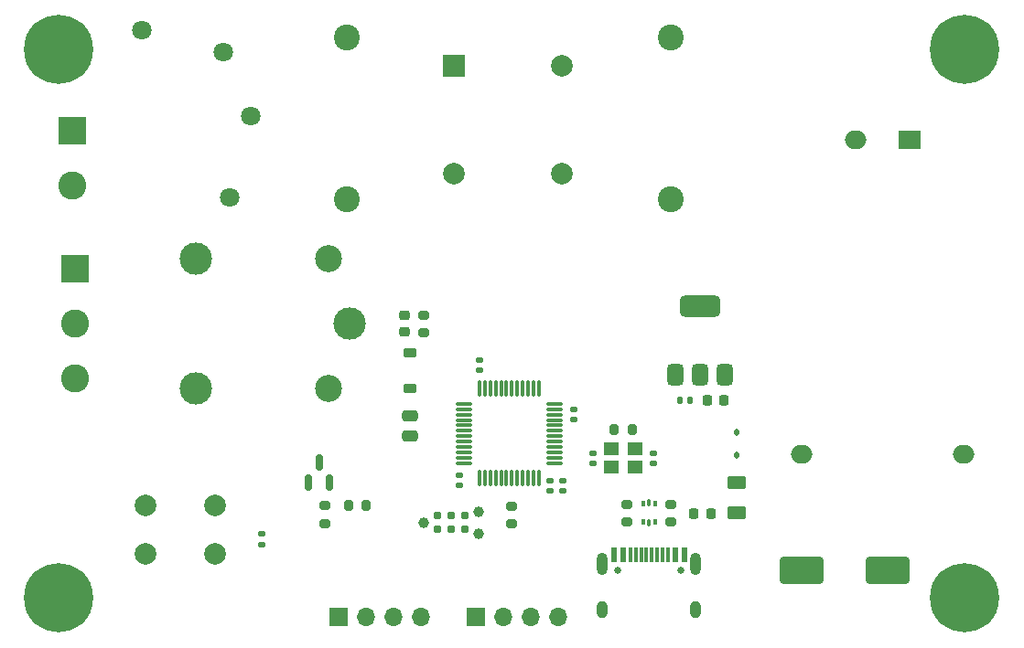
<source format=gbr>
%TF.GenerationSoftware,KiCad,Pcbnew,8.0.1*%
%TF.CreationDate,2024-04-05T21:06:31+06:30*%
%TF.ProjectId,STM32_base,53544d33-325f-4626-9173-652e6b696361,rev?*%
%TF.SameCoordinates,PX48ab840PY853a720*%
%TF.FileFunction,Soldermask,Top*%
%TF.FilePolarity,Negative*%
%FSLAX46Y46*%
G04 Gerber Fmt 4.6, Leading zero omitted, Abs format (unit mm)*
G04 Created by KiCad (PCBNEW 8.0.1) date 2024-04-05 21:06:31*
%MOMM*%
%LPD*%
G01*
G04 APERTURE LIST*
G04 Aperture macros list*
%AMRoundRect*
0 Rectangle with rounded corners*
0 $1 Rounding radius*
0 $2 $3 $4 $5 $6 $7 $8 $9 X,Y pos of 4 corners*
0 Add a 4 corners polygon primitive as box body*
4,1,4,$2,$3,$4,$5,$6,$7,$8,$9,$2,$3,0*
0 Add four circle primitives for the rounded corners*
1,1,$1+$1,$2,$3*
1,1,$1+$1,$4,$5*
1,1,$1+$1,$6,$7*
1,1,$1+$1,$8,$9*
0 Add four rect primitives between the rounded corners*
20,1,$1+$1,$2,$3,$4,$5,0*
20,1,$1+$1,$4,$5,$6,$7,0*
20,1,$1+$1,$6,$7,$8,$9,0*
20,1,$1+$1,$8,$9,$2,$3,0*%
G04 Aperture macros list end*
%ADD10RoundRect,0.250000X0.625000X-0.375000X0.625000X0.375000X-0.625000X0.375000X-0.625000X-0.375000X0*%
%ADD11C,0.800000*%
%ADD12C,6.400000*%
%ADD13RoundRect,0.140000X0.170000X-0.140000X0.170000X0.140000X-0.170000X0.140000X-0.170000X-0.140000X0*%
%ADD14RoundRect,0.200000X-0.200000X-0.275000X0.200000X-0.275000X0.200000X0.275000X-0.200000X0.275000X0*%
%ADD15C,1.800000*%
%ADD16R,1.700000X1.700000*%
%ADD17O,1.700000X1.700000*%
%ADD18R,2.600000X2.600000*%
%ADD19C,2.600000*%
%ADD20RoundRect,0.112500X-0.112500X0.187500X-0.112500X-0.187500X0.112500X-0.187500X0.112500X0.187500X0*%
%ADD21C,2.400000*%
%ADD22C,0.990600*%
%ADD23C,0.787400*%
%ADD24RoundRect,0.140000X-0.170000X0.140000X-0.170000X-0.140000X0.170000X-0.140000X0.170000X0.140000X0*%
%ADD25R,1.400000X1.200000*%
%ADD26RoundRect,0.250000X-0.475000X0.250000X-0.475000X-0.250000X0.475000X-0.250000X0.475000X0.250000X0*%
%ADD27RoundRect,0.218750X-0.218750X-0.256250X0.218750X-0.256250X0.218750X0.256250X-0.218750X0.256250X0*%
%ADD28RoundRect,0.150000X0.150000X-0.587500X0.150000X0.587500X-0.150000X0.587500X-0.150000X-0.587500X0*%
%ADD29RoundRect,0.200000X0.275000X-0.200000X0.275000X0.200000X-0.275000X0.200000X-0.275000X-0.200000X0*%
%ADD30RoundRect,0.200000X0.200000X0.275000X-0.200000X0.275000X-0.200000X-0.275000X0.200000X-0.275000X0*%
%ADD31C,0.650000*%
%ADD32R,0.600000X1.450000*%
%ADD33R,0.300000X1.450000*%
%ADD34O,1.000000X2.100000*%
%ADD35O,1.000000X1.600000*%
%ADD36RoundRect,0.218750X0.256250X-0.218750X0.256250X0.218750X-0.256250X0.218750X-0.256250X-0.218750X0*%
%ADD37R,2.000000X2.000000*%
%ADD38C,2.000000*%
%ADD39RoundRect,0.200000X-0.275000X0.200000X-0.275000X-0.200000X0.275000X-0.200000X0.275000X0.200000X0*%
%ADD40C,3.000000*%
%ADD41C,2.500000*%
%ADD42RoundRect,0.075000X0.662500X0.075000X-0.662500X0.075000X-0.662500X-0.075000X0.662500X-0.075000X0*%
%ADD43RoundRect,0.075000X0.075000X0.662500X-0.075000X0.662500X-0.075000X-0.662500X0.075000X-0.662500X0*%
%ADD44RoundRect,0.225000X0.375000X-0.225000X0.375000X0.225000X-0.375000X0.225000X-0.375000X-0.225000X0*%
%ADD45RoundRect,0.375000X0.375000X-0.625000X0.375000X0.625000X-0.375000X0.625000X-0.375000X-0.625000X0*%
%ADD46RoundRect,0.500000X1.400000X-0.500000X1.400000X0.500000X-1.400000X0.500000X-1.400000X-0.500000X0*%
%ADD47RoundRect,0.225000X0.225000X0.250000X-0.225000X0.250000X-0.225000X-0.250000X0.225000X-0.250000X0*%
%ADD48RoundRect,0.250000X-1.750000X-1.000000X1.750000X-1.000000X1.750000X1.000000X-1.750000X1.000000X0*%
%ADD49RoundRect,0.140000X0.140000X0.170000X-0.140000X0.170000X-0.140000X-0.170000X0.140000X-0.170000X0*%
%ADD50RoundRect,0.093750X0.093750X-0.156250X0.093750X0.156250X-0.093750X0.156250X-0.093750X-0.156250X0*%
%ADD51RoundRect,0.075000X0.075000X-0.250000X0.075000X0.250000X-0.075000X0.250000X-0.075000X-0.250000X0*%
%ADD52R,2.000000X1.700000*%
%ADD53O,2.000000X1.700000*%
G04 APERTURE END LIST*
D10*
%TO.C,F1*%
X67767200Y12976400D03*
X67767200Y15776400D03*
%TD*%
D11*
%TO.C,H3*%
X86500000Y5080000D03*
X87202944Y6777056D03*
X87202944Y3382944D03*
X88900000Y7480000D03*
D12*
X88900000Y5080000D03*
D11*
X88900000Y2680000D03*
X90597056Y6777056D03*
X90597056Y3382944D03*
X91300000Y5080000D03*
%TD*%
D13*
%TO.C,C6*%
X54483000Y17554000D03*
X54483000Y18514000D03*
%TD*%
D14*
%TO.C,R2*%
X56452000Y20701000D03*
X58102000Y20701000D03*
%TD*%
D15*
%TO.C,TH1*%
X20260000Y55642000D03*
X12760000Y57642000D03*
%TD*%
D16*
%TO.C,J4*%
X43688000Y3302000D03*
D17*
X46228000Y3302000D03*
X48768000Y3302000D03*
X51308000Y3302000D03*
%TD*%
D18*
%TO.C,J6*%
X6604000Y35565000D03*
D19*
X6604000Y30485000D03*
X6604000Y25405000D03*
%TD*%
D13*
%TO.C,C7*%
X23876000Y10035600D03*
X23876000Y10995600D03*
%TD*%
D20*
%TO.C,D1*%
X67818000Y20404800D03*
X67818000Y18304800D03*
%TD*%
D21*
%TO.C,C10*%
X61722000Y57030000D03*
X61722000Y42030000D03*
%TD*%
D22*
%TO.C,J1*%
X38862000Y12065000D03*
X43942000Y13081000D03*
X43942000Y11049000D03*
D23*
X40132000Y11430000D03*
X40132000Y12700000D03*
X41402000Y11430000D03*
X41402000Y12700000D03*
X42672000Y11430000D03*
X42672000Y12700000D03*
%TD*%
D13*
%TO.C,C3*%
X52705000Y21618000D03*
X52705000Y22578000D03*
%TD*%
D24*
%TO.C,C5*%
X42164000Y16482000D03*
X42164000Y15522000D03*
%TD*%
D25*
%TO.C,Y1*%
X56177000Y17184000D03*
X58377000Y17184000D03*
X58377000Y18884000D03*
X56177000Y18884000D03*
%TD*%
D26*
%TO.C,C14*%
X37592000Y21972000D03*
X37592000Y20072000D03*
%TD*%
D27*
%TO.C,FB1*%
X63830100Y12903200D03*
X65405100Y12903200D03*
%TD*%
D28*
%TO.C,Q1*%
X28194000Y15748000D03*
X30094000Y15748000D03*
X29144000Y17623000D03*
%TD*%
D29*
%TO.C,R7*%
X29652000Y11972000D03*
X29652000Y13622000D03*
%TD*%
D30*
%TO.C,R6*%
X33525000Y13622000D03*
X31875000Y13622000D03*
%TD*%
D31*
%TO.C,J5*%
X56800000Y7680000D03*
X62580000Y7680000D03*
D32*
X56440000Y9125000D03*
X57240000Y9125000D03*
D33*
X58440000Y9125000D03*
X59440000Y9125000D03*
X59940000Y9125000D03*
X60940000Y9125000D03*
D32*
X62140000Y9125000D03*
X62940000Y9125000D03*
X62940000Y9125000D03*
X62140000Y9125000D03*
D33*
X61440000Y9125000D03*
X60440000Y9125000D03*
X58940000Y9125000D03*
X57940000Y9125000D03*
D32*
X57240000Y9125000D03*
X56440000Y9125000D03*
D34*
X55370000Y8210000D03*
D35*
X55370000Y4030000D03*
D34*
X64010000Y8210000D03*
D35*
X64010000Y4030000D03*
%TD*%
D18*
%TO.C,J3*%
X6299000Y48392000D03*
D19*
X6299000Y43312000D03*
%TD*%
D36*
%TO.C,D2*%
X37084000Y29712500D03*
X37084000Y31287500D03*
%TD*%
D13*
%TO.C,C4*%
X43992800Y26190000D03*
X43992800Y27150000D03*
%TD*%
D37*
%TO.C,FL1*%
X41624500Y54387500D03*
D38*
X51624500Y54387500D03*
X41624500Y44387500D03*
X51624500Y44387500D03*
%TD*%
D16*
%TO.C,J2*%
X30988000Y3302000D03*
D17*
X33528000Y3302000D03*
X36068000Y3302000D03*
X38608000Y3302000D03*
%TD*%
D39*
%TO.C,R1*%
X46990000Y13588000D03*
X46990000Y11938000D03*
%TD*%
D40*
%TO.C,K1*%
X31930000Y30480000D03*
D41*
X29980000Y36530000D03*
D40*
X17780000Y36530000D03*
X17730000Y24480000D03*
D41*
X29980000Y24530000D03*
%TD*%
D42*
%TO.C,U1*%
X50898500Y17570000D03*
X50898500Y18070000D03*
X50898500Y18570000D03*
X50898500Y19070000D03*
X50898500Y19570000D03*
X50898500Y20070000D03*
X50898500Y20570000D03*
X50898500Y21070000D03*
X50898500Y21570000D03*
X50898500Y22070000D03*
X50898500Y22570000D03*
X50898500Y23070000D03*
D43*
X49486000Y24482500D03*
X48986000Y24482500D03*
X48486000Y24482500D03*
X47986000Y24482500D03*
X47486000Y24482500D03*
X46986000Y24482500D03*
X46486000Y24482500D03*
X45986000Y24482500D03*
X45486000Y24482500D03*
X44986000Y24482500D03*
X44486000Y24482500D03*
X43986000Y24482500D03*
D42*
X42573500Y23070000D03*
X42573500Y22570000D03*
X42573500Y22070000D03*
X42573500Y21570000D03*
X42573500Y21070000D03*
X42573500Y20570000D03*
X42573500Y20070000D03*
X42573500Y19570000D03*
X42573500Y19070000D03*
X42573500Y18570000D03*
X42573500Y18070000D03*
X42573500Y17570000D03*
D43*
X43986000Y16157500D03*
X44486000Y16157500D03*
X44986000Y16157500D03*
X45486000Y16157500D03*
X45986000Y16157500D03*
X46486000Y16157500D03*
X46986000Y16157500D03*
X47486000Y16157500D03*
X47986000Y16157500D03*
X48486000Y16157500D03*
X48986000Y16157500D03*
X49486000Y16157500D03*
%TD*%
D44*
%TO.C,D3*%
X37592000Y24530000D03*
X37592000Y27830000D03*
%TD*%
D45*
%TO.C,U3*%
X62089000Y25806000D03*
X64389000Y25806000D03*
D46*
X64389000Y32106000D03*
D45*
X66689000Y25806000D03*
%TD*%
D38*
%TO.C,SW1*%
X13058000Y13680000D03*
X19558000Y13680000D03*
X13058000Y9180000D03*
X19558000Y9180000D03*
%TD*%
D47*
%TO.C,C12*%
X66589000Y23368000D03*
X65039000Y23368000D03*
%TD*%
D11*
%TO.C,H4*%
X2680000Y55880000D03*
X3382944Y57577056D03*
X3382944Y54182944D03*
X5080000Y58280000D03*
D12*
X5080000Y55880000D03*
D11*
X5080000Y53480000D03*
X6777056Y57577056D03*
X6777056Y54182944D03*
X7480000Y55880000D03*
%TD*%
D39*
%TO.C,R5*%
X38862000Y31305000D03*
X38862000Y29655000D03*
%TD*%
D21*
%TO.C,C9*%
X31750000Y57030000D03*
X31750000Y42030000D03*
%TD*%
D15*
%TO.C,RV1*%
X22844000Y49724000D03*
X20844000Y42224000D03*
%TD*%
D48*
%TO.C,C11*%
X73787000Y7620000D03*
X81787000Y7620000D03*
%TD*%
D29*
%TO.C,R3*%
X61722900Y12129000D03*
X61722900Y13779000D03*
%TD*%
D24*
%TO.C,C1*%
X50546000Y15974000D03*
X50546000Y15014000D03*
%TD*%
D49*
%TO.C,C13*%
X63500000Y23368000D03*
X62540000Y23368000D03*
%TD*%
D29*
%TO.C,R4*%
X57658900Y12129000D03*
X57658900Y13779000D03*
%TD*%
D11*
%TO.C,H2*%
X86500000Y55880000D03*
X87202944Y57577056D03*
X87202944Y54182944D03*
X88900000Y58280000D03*
D12*
X88900000Y55880000D03*
D11*
X88900000Y53480000D03*
X90597056Y57577056D03*
X90597056Y54182944D03*
X91300000Y55880000D03*
%TD*%
D50*
%TO.C,U2*%
X59153400Y12104000D03*
D51*
X59690900Y12029000D03*
D50*
X60228400Y12104000D03*
X60228400Y13804000D03*
D51*
X59690900Y13879000D03*
D50*
X59153400Y13804000D03*
%TD*%
D11*
%TO.C,H1*%
X2680000Y5080000D03*
X3382944Y6777056D03*
X3382944Y3382944D03*
X5080000Y7480000D03*
D12*
X5080000Y5080000D03*
D11*
X5080000Y2680000D03*
X6777056Y6777056D03*
X6777056Y3382944D03*
X7480000Y5080000D03*
%TD*%
D52*
%TO.C,PS1*%
X83820000Y47517500D03*
D53*
X78820000Y47517500D03*
X88820000Y18437500D03*
X73820000Y18437500D03*
%TD*%
D24*
%TO.C,C2*%
X51689000Y15974000D03*
X51689000Y15014000D03*
%TD*%
%TO.C,C8*%
X60071000Y18514000D03*
X60071000Y17554000D03*
%TD*%
M02*

</source>
